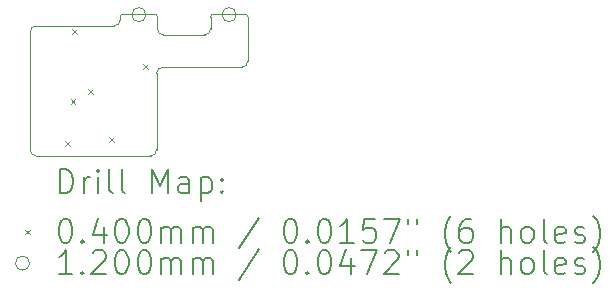
<source format=gbr>
%TF.GenerationSoftware,KiCad,Pcbnew,(6.0.10)*%
%TF.CreationDate,2023-07-19T18:34:38-05:00*%
%TF.ProjectId,MVS Pause Button,4d565320-5061-4757-9365-20427574746f,rev?*%
%TF.SameCoordinates,Original*%
%TF.FileFunction,Drillmap*%
%TF.FilePolarity,Positive*%
%FSLAX45Y45*%
G04 Gerber Fmt 4.5, Leading zero omitted, Abs format (unit mm)*
G04 Created by KiCad (PCBNEW (6.0.10)) date 2023-07-19 18:34:38*
%MOMM*%
%LPD*%
G01*
G04 APERTURE LIST*
%ADD10C,0.100000*%
%ADD11C,0.200000*%
%ADD12C,0.040000*%
%ADD13C,0.120000*%
G04 APERTURE END LIST*
D10*
X11590000Y-5380000D02*
X11590000Y-4730000D01*
X12312500Y-4680000D02*
G75*
G03*
X12362500Y-4630000I0J50000D01*
G01*
X11540000Y-5430000D02*
G75*
G03*
X11590000Y-5380000I0J50000D01*
G01*
X11597500Y-4355000D02*
G75*
G03*
X11647500Y-4405000I50000J0D01*
G01*
X11232500Y-4330000D02*
X11207500Y-4330000D01*
X10770000Y-4330000D02*
X11145000Y-4330000D01*
X10570000Y-5430000D02*
X10770000Y-5430000D01*
X12072500Y-4230000D02*
X12337500Y-4230000D01*
X11860000Y-4680000D02*
X12312500Y-4680000D01*
X12072500Y-4230000D02*
G75*
G03*
X12047500Y-4255000I0J-25000D01*
G01*
X10520000Y-4380000D02*
X10520000Y-5380000D01*
X11307500Y-4230000D02*
G75*
G03*
X11282500Y-4255000I0J-25000D01*
G01*
X10570000Y-4330000D02*
X10770000Y-4330000D01*
X12362500Y-4255000D02*
X12362500Y-4610000D01*
X11232500Y-4330000D02*
G75*
G03*
X11282500Y-4280000I0J50000D01*
G01*
X11597500Y-4355000D02*
X11597500Y-4255000D01*
X11997500Y-4405000D02*
G75*
G03*
X12047500Y-4355000I0J50000D01*
G01*
X12047500Y-4355000D02*
X12047500Y-4255000D01*
X11640000Y-4680000D02*
G75*
G03*
X11590000Y-4730000I0J-50000D01*
G01*
X10520000Y-5380000D02*
G75*
G03*
X10570000Y-5430000I50000J0D01*
G01*
X11307500Y-4230000D02*
X11572500Y-4230000D01*
X11282500Y-4255000D02*
X11282500Y-4280000D01*
X12362500Y-4255000D02*
G75*
G03*
X12337500Y-4230000I-25000J0D01*
G01*
X11647500Y-4405000D02*
X11997500Y-4405000D01*
X11540000Y-5430000D02*
X11535000Y-5430000D01*
X11597500Y-4255000D02*
G75*
G03*
X11572500Y-4230000I-25000J0D01*
G01*
X11720000Y-4680000D02*
X11640000Y-4680000D01*
X12362500Y-4610000D02*
X12362500Y-4630000D01*
X11860000Y-4680000D02*
X11720000Y-4680000D01*
X11535000Y-5430000D02*
X10770000Y-5430000D01*
X10570000Y-4330000D02*
G75*
G03*
X10520000Y-4380000I0J-50000D01*
G01*
X11145000Y-4330000D02*
X11207500Y-4330000D01*
D11*
D12*
X10817500Y-5303050D02*
X10857500Y-5343050D01*
X10857500Y-5303050D02*
X10817500Y-5343050D01*
X10863804Y-4950639D02*
X10903804Y-4990639D01*
X10903804Y-4950639D02*
X10863804Y-4990639D01*
X10877500Y-4360000D02*
X10917500Y-4400000D01*
X10917500Y-4360000D02*
X10877500Y-4400000D01*
X11012500Y-4865000D02*
X11052500Y-4905000D01*
X11052500Y-4865000D02*
X11012500Y-4905000D01*
X11187500Y-5270000D02*
X11227500Y-5310000D01*
X11227500Y-5270000D02*
X11187500Y-5310000D01*
X11475000Y-4655000D02*
X11515000Y-4695000D01*
X11515000Y-4655000D02*
X11475000Y-4695000D01*
D13*
X11500000Y-4235000D02*
G75*
G03*
X11500000Y-4235000I-60000J0D01*
G01*
X12265000Y-4235000D02*
G75*
G03*
X12265000Y-4235000I-60000J0D01*
G01*
D11*
X10772619Y-5745476D02*
X10772619Y-5545476D01*
X10820238Y-5545476D01*
X10848810Y-5555000D01*
X10867857Y-5574048D01*
X10877381Y-5593095D01*
X10886905Y-5631190D01*
X10886905Y-5659762D01*
X10877381Y-5697857D01*
X10867857Y-5716905D01*
X10848810Y-5735952D01*
X10820238Y-5745476D01*
X10772619Y-5745476D01*
X10972619Y-5745476D02*
X10972619Y-5612143D01*
X10972619Y-5650238D02*
X10982143Y-5631190D01*
X10991667Y-5621667D01*
X11010714Y-5612143D01*
X11029762Y-5612143D01*
X11096429Y-5745476D02*
X11096429Y-5612143D01*
X11096429Y-5545476D02*
X11086905Y-5555000D01*
X11096429Y-5564524D01*
X11105952Y-5555000D01*
X11096429Y-5545476D01*
X11096429Y-5564524D01*
X11220238Y-5745476D02*
X11201190Y-5735952D01*
X11191667Y-5716905D01*
X11191667Y-5545476D01*
X11325000Y-5745476D02*
X11305952Y-5735952D01*
X11296428Y-5716905D01*
X11296428Y-5545476D01*
X11553571Y-5745476D02*
X11553571Y-5545476D01*
X11620238Y-5688333D01*
X11686905Y-5545476D01*
X11686905Y-5745476D01*
X11867857Y-5745476D02*
X11867857Y-5640714D01*
X11858333Y-5621667D01*
X11839286Y-5612143D01*
X11801190Y-5612143D01*
X11782143Y-5621667D01*
X11867857Y-5735952D02*
X11848809Y-5745476D01*
X11801190Y-5745476D01*
X11782143Y-5735952D01*
X11772619Y-5716905D01*
X11772619Y-5697857D01*
X11782143Y-5678809D01*
X11801190Y-5669286D01*
X11848809Y-5669286D01*
X11867857Y-5659762D01*
X11963095Y-5612143D02*
X11963095Y-5812143D01*
X11963095Y-5621667D02*
X11982143Y-5612143D01*
X12020238Y-5612143D01*
X12039286Y-5621667D01*
X12048809Y-5631190D01*
X12058333Y-5650238D01*
X12058333Y-5707381D01*
X12048809Y-5726428D01*
X12039286Y-5735952D01*
X12020238Y-5745476D01*
X11982143Y-5745476D01*
X11963095Y-5735952D01*
X12144048Y-5726428D02*
X12153571Y-5735952D01*
X12144048Y-5745476D01*
X12134524Y-5735952D01*
X12144048Y-5726428D01*
X12144048Y-5745476D01*
X12144048Y-5621667D02*
X12153571Y-5631190D01*
X12144048Y-5640714D01*
X12134524Y-5631190D01*
X12144048Y-5621667D01*
X12144048Y-5640714D01*
D12*
X10475000Y-6055000D02*
X10515000Y-6095000D01*
X10515000Y-6055000D02*
X10475000Y-6095000D01*
D11*
X10810714Y-5965476D02*
X10829762Y-5965476D01*
X10848810Y-5975000D01*
X10858333Y-5984524D01*
X10867857Y-6003571D01*
X10877381Y-6041667D01*
X10877381Y-6089286D01*
X10867857Y-6127381D01*
X10858333Y-6146428D01*
X10848810Y-6155952D01*
X10829762Y-6165476D01*
X10810714Y-6165476D01*
X10791667Y-6155952D01*
X10782143Y-6146428D01*
X10772619Y-6127381D01*
X10763095Y-6089286D01*
X10763095Y-6041667D01*
X10772619Y-6003571D01*
X10782143Y-5984524D01*
X10791667Y-5975000D01*
X10810714Y-5965476D01*
X10963095Y-6146428D02*
X10972619Y-6155952D01*
X10963095Y-6165476D01*
X10953571Y-6155952D01*
X10963095Y-6146428D01*
X10963095Y-6165476D01*
X11144048Y-6032143D02*
X11144048Y-6165476D01*
X11096429Y-5955952D02*
X11048810Y-6098809D01*
X11172619Y-6098809D01*
X11286905Y-5965476D02*
X11305952Y-5965476D01*
X11325000Y-5975000D01*
X11334524Y-5984524D01*
X11344048Y-6003571D01*
X11353571Y-6041667D01*
X11353571Y-6089286D01*
X11344048Y-6127381D01*
X11334524Y-6146428D01*
X11325000Y-6155952D01*
X11305952Y-6165476D01*
X11286905Y-6165476D01*
X11267857Y-6155952D01*
X11258333Y-6146428D01*
X11248809Y-6127381D01*
X11239286Y-6089286D01*
X11239286Y-6041667D01*
X11248809Y-6003571D01*
X11258333Y-5984524D01*
X11267857Y-5975000D01*
X11286905Y-5965476D01*
X11477381Y-5965476D02*
X11496428Y-5965476D01*
X11515476Y-5975000D01*
X11525000Y-5984524D01*
X11534524Y-6003571D01*
X11544048Y-6041667D01*
X11544048Y-6089286D01*
X11534524Y-6127381D01*
X11525000Y-6146428D01*
X11515476Y-6155952D01*
X11496428Y-6165476D01*
X11477381Y-6165476D01*
X11458333Y-6155952D01*
X11448809Y-6146428D01*
X11439286Y-6127381D01*
X11429762Y-6089286D01*
X11429762Y-6041667D01*
X11439286Y-6003571D01*
X11448809Y-5984524D01*
X11458333Y-5975000D01*
X11477381Y-5965476D01*
X11629762Y-6165476D02*
X11629762Y-6032143D01*
X11629762Y-6051190D02*
X11639286Y-6041667D01*
X11658333Y-6032143D01*
X11686905Y-6032143D01*
X11705952Y-6041667D01*
X11715476Y-6060714D01*
X11715476Y-6165476D01*
X11715476Y-6060714D02*
X11725000Y-6041667D01*
X11744048Y-6032143D01*
X11772619Y-6032143D01*
X11791667Y-6041667D01*
X11801190Y-6060714D01*
X11801190Y-6165476D01*
X11896428Y-6165476D02*
X11896428Y-6032143D01*
X11896428Y-6051190D02*
X11905952Y-6041667D01*
X11925000Y-6032143D01*
X11953571Y-6032143D01*
X11972619Y-6041667D01*
X11982143Y-6060714D01*
X11982143Y-6165476D01*
X11982143Y-6060714D02*
X11991667Y-6041667D01*
X12010714Y-6032143D01*
X12039286Y-6032143D01*
X12058333Y-6041667D01*
X12067857Y-6060714D01*
X12067857Y-6165476D01*
X12458333Y-5955952D02*
X12286905Y-6213095D01*
X12715476Y-5965476D02*
X12734524Y-5965476D01*
X12753571Y-5975000D01*
X12763095Y-5984524D01*
X12772619Y-6003571D01*
X12782143Y-6041667D01*
X12782143Y-6089286D01*
X12772619Y-6127381D01*
X12763095Y-6146428D01*
X12753571Y-6155952D01*
X12734524Y-6165476D01*
X12715476Y-6165476D01*
X12696428Y-6155952D01*
X12686905Y-6146428D01*
X12677381Y-6127381D01*
X12667857Y-6089286D01*
X12667857Y-6041667D01*
X12677381Y-6003571D01*
X12686905Y-5984524D01*
X12696428Y-5975000D01*
X12715476Y-5965476D01*
X12867857Y-6146428D02*
X12877381Y-6155952D01*
X12867857Y-6165476D01*
X12858333Y-6155952D01*
X12867857Y-6146428D01*
X12867857Y-6165476D01*
X13001190Y-5965476D02*
X13020238Y-5965476D01*
X13039286Y-5975000D01*
X13048809Y-5984524D01*
X13058333Y-6003571D01*
X13067857Y-6041667D01*
X13067857Y-6089286D01*
X13058333Y-6127381D01*
X13048809Y-6146428D01*
X13039286Y-6155952D01*
X13020238Y-6165476D01*
X13001190Y-6165476D01*
X12982143Y-6155952D01*
X12972619Y-6146428D01*
X12963095Y-6127381D01*
X12953571Y-6089286D01*
X12953571Y-6041667D01*
X12963095Y-6003571D01*
X12972619Y-5984524D01*
X12982143Y-5975000D01*
X13001190Y-5965476D01*
X13258333Y-6165476D02*
X13144048Y-6165476D01*
X13201190Y-6165476D02*
X13201190Y-5965476D01*
X13182143Y-5994048D01*
X13163095Y-6013095D01*
X13144048Y-6022619D01*
X13439286Y-5965476D02*
X13344048Y-5965476D01*
X13334524Y-6060714D01*
X13344048Y-6051190D01*
X13363095Y-6041667D01*
X13410714Y-6041667D01*
X13429762Y-6051190D01*
X13439286Y-6060714D01*
X13448809Y-6079762D01*
X13448809Y-6127381D01*
X13439286Y-6146428D01*
X13429762Y-6155952D01*
X13410714Y-6165476D01*
X13363095Y-6165476D01*
X13344048Y-6155952D01*
X13334524Y-6146428D01*
X13515476Y-5965476D02*
X13648809Y-5965476D01*
X13563095Y-6165476D01*
X13715476Y-5965476D02*
X13715476Y-6003571D01*
X13791667Y-5965476D02*
X13791667Y-6003571D01*
X14086905Y-6241667D02*
X14077381Y-6232143D01*
X14058333Y-6203571D01*
X14048809Y-6184524D01*
X14039286Y-6155952D01*
X14029762Y-6108333D01*
X14029762Y-6070238D01*
X14039286Y-6022619D01*
X14048809Y-5994048D01*
X14058333Y-5975000D01*
X14077381Y-5946428D01*
X14086905Y-5936905D01*
X14248809Y-5965476D02*
X14210714Y-5965476D01*
X14191667Y-5975000D01*
X14182143Y-5984524D01*
X14163095Y-6013095D01*
X14153571Y-6051190D01*
X14153571Y-6127381D01*
X14163095Y-6146428D01*
X14172619Y-6155952D01*
X14191667Y-6165476D01*
X14229762Y-6165476D01*
X14248809Y-6155952D01*
X14258333Y-6146428D01*
X14267857Y-6127381D01*
X14267857Y-6079762D01*
X14258333Y-6060714D01*
X14248809Y-6051190D01*
X14229762Y-6041667D01*
X14191667Y-6041667D01*
X14172619Y-6051190D01*
X14163095Y-6060714D01*
X14153571Y-6079762D01*
X14505952Y-6165476D02*
X14505952Y-5965476D01*
X14591667Y-6165476D02*
X14591667Y-6060714D01*
X14582143Y-6041667D01*
X14563095Y-6032143D01*
X14534524Y-6032143D01*
X14515476Y-6041667D01*
X14505952Y-6051190D01*
X14715476Y-6165476D02*
X14696428Y-6155952D01*
X14686905Y-6146428D01*
X14677381Y-6127381D01*
X14677381Y-6070238D01*
X14686905Y-6051190D01*
X14696428Y-6041667D01*
X14715476Y-6032143D01*
X14744048Y-6032143D01*
X14763095Y-6041667D01*
X14772619Y-6051190D01*
X14782143Y-6070238D01*
X14782143Y-6127381D01*
X14772619Y-6146428D01*
X14763095Y-6155952D01*
X14744048Y-6165476D01*
X14715476Y-6165476D01*
X14896428Y-6165476D02*
X14877381Y-6155952D01*
X14867857Y-6136905D01*
X14867857Y-5965476D01*
X15048809Y-6155952D02*
X15029762Y-6165476D01*
X14991667Y-6165476D01*
X14972619Y-6155952D01*
X14963095Y-6136905D01*
X14963095Y-6060714D01*
X14972619Y-6041667D01*
X14991667Y-6032143D01*
X15029762Y-6032143D01*
X15048809Y-6041667D01*
X15058333Y-6060714D01*
X15058333Y-6079762D01*
X14963095Y-6098809D01*
X15134524Y-6155952D02*
X15153571Y-6165476D01*
X15191667Y-6165476D01*
X15210714Y-6155952D01*
X15220238Y-6136905D01*
X15220238Y-6127381D01*
X15210714Y-6108333D01*
X15191667Y-6098809D01*
X15163095Y-6098809D01*
X15144048Y-6089286D01*
X15134524Y-6070238D01*
X15134524Y-6060714D01*
X15144048Y-6041667D01*
X15163095Y-6032143D01*
X15191667Y-6032143D01*
X15210714Y-6041667D01*
X15286905Y-6241667D02*
X15296428Y-6232143D01*
X15315476Y-6203571D01*
X15325000Y-6184524D01*
X15334524Y-6155952D01*
X15344048Y-6108333D01*
X15344048Y-6070238D01*
X15334524Y-6022619D01*
X15325000Y-5994048D01*
X15315476Y-5975000D01*
X15296428Y-5946428D01*
X15286905Y-5936905D01*
D13*
X10515000Y-6339000D02*
G75*
G03*
X10515000Y-6339000I-60000J0D01*
G01*
D11*
X10877381Y-6429476D02*
X10763095Y-6429476D01*
X10820238Y-6429476D02*
X10820238Y-6229476D01*
X10801190Y-6258048D01*
X10782143Y-6277095D01*
X10763095Y-6286619D01*
X10963095Y-6410428D02*
X10972619Y-6419952D01*
X10963095Y-6429476D01*
X10953571Y-6419952D01*
X10963095Y-6410428D01*
X10963095Y-6429476D01*
X11048810Y-6248524D02*
X11058333Y-6239000D01*
X11077381Y-6229476D01*
X11125000Y-6229476D01*
X11144048Y-6239000D01*
X11153571Y-6248524D01*
X11163095Y-6267571D01*
X11163095Y-6286619D01*
X11153571Y-6315190D01*
X11039286Y-6429476D01*
X11163095Y-6429476D01*
X11286905Y-6229476D02*
X11305952Y-6229476D01*
X11325000Y-6239000D01*
X11334524Y-6248524D01*
X11344048Y-6267571D01*
X11353571Y-6305667D01*
X11353571Y-6353286D01*
X11344048Y-6391381D01*
X11334524Y-6410428D01*
X11325000Y-6419952D01*
X11305952Y-6429476D01*
X11286905Y-6429476D01*
X11267857Y-6419952D01*
X11258333Y-6410428D01*
X11248809Y-6391381D01*
X11239286Y-6353286D01*
X11239286Y-6305667D01*
X11248809Y-6267571D01*
X11258333Y-6248524D01*
X11267857Y-6239000D01*
X11286905Y-6229476D01*
X11477381Y-6229476D02*
X11496428Y-6229476D01*
X11515476Y-6239000D01*
X11525000Y-6248524D01*
X11534524Y-6267571D01*
X11544048Y-6305667D01*
X11544048Y-6353286D01*
X11534524Y-6391381D01*
X11525000Y-6410428D01*
X11515476Y-6419952D01*
X11496428Y-6429476D01*
X11477381Y-6429476D01*
X11458333Y-6419952D01*
X11448809Y-6410428D01*
X11439286Y-6391381D01*
X11429762Y-6353286D01*
X11429762Y-6305667D01*
X11439286Y-6267571D01*
X11448809Y-6248524D01*
X11458333Y-6239000D01*
X11477381Y-6229476D01*
X11629762Y-6429476D02*
X11629762Y-6296143D01*
X11629762Y-6315190D02*
X11639286Y-6305667D01*
X11658333Y-6296143D01*
X11686905Y-6296143D01*
X11705952Y-6305667D01*
X11715476Y-6324714D01*
X11715476Y-6429476D01*
X11715476Y-6324714D02*
X11725000Y-6305667D01*
X11744048Y-6296143D01*
X11772619Y-6296143D01*
X11791667Y-6305667D01*
X11801190Y-6324714D01*
X11801190Y-6429476D01*
X11896428Y-6429476D02*
X11896428Y-6296143D01*
X11896428Y-6315190D02*
X11905952Y-6305667D01*
X11925000Y-6296143D01*
X11953571Y-6296143D01*
X11972619Y-6305667D01*
X11982143Y-6324714D01*
X11982143Y-6429476D01*
X11982143Y-6324714D02*
X11991667Y-6305667D01*
X12010714Y-6296143D01*
X12039286Y-6296143D01*
X12058333Y-6305667D01*
X12067857Y-6324714D01*
X12067857Y-6429476D01*
X12458333Y-6219952D02*
X12286905Y-6477095D01*
X12715476Y-6229476D02*
X12734524Y-6229476D01*
X12753571Y-6239000D01*
X12763095Y-6248524D01*
X12772619Y-6267571D01*
X12782143Y-6305667D01*
X12782143Y-6353286D01*
X12772619Y-6391381D01*
X12763095Y-6410428D01*
X12753571Y-6419952D01*
X12734524Y-6429476D01*
X12715476Y-6429476D01*
X12696428Y-6419952D01*
X12686905Y-6410428D01*
X12677381Y-6391381D01*
X12667857Y-6353286D01*
X12667857Y-6305667D01*
X12677381Y-6267571D01*
X12686905Y-6248524D01*
X12696428Y-6239000D01*
X12715476Y-6229476D01*
X12867857Y-6410428D02*
X12877381Y-6419952D01*
X12867857Y-6429476D01*
X12858333Y-6419952D01*
X12867857Y-6410428D01*
X12867857Y-6429476D01*
X13001190Y-6229476D02*
X13020238Y-6229476D01*
X13039286Y-6239000D01*
X13048809Y-6248524D01*
X13058333Y-6267571D01*
X13067857Y-6305667D01*
X13067857Y-6353286D01*
X13058333Y-6391381D01*
X13048809Y-6410428D01*
X13039286Y-6419952D01*
X13020238Y-6429476D01*
X13001190Y-6429476D01*
X12982143Y-6419952D01*
X12972619Y-6410428D01*
X12963095Y-6391381D01*
X12953571Y-6353286D01*
X12953571Y-6305667D01*
X12963095Y-6267571D01*
X12972619Y-6248524D01*
X12982143Y-6239000D01*
X13001190Y-6229476D01*
X13239286Y-6296143D02*
X13239286Y-6429476D01*
X13191667Y-6219952D02*
X13144048Y-6362809D01*
X13267857Y-6362809D01*
X13325000Y-6229476D02*
X13458333Y-6229476D01*
X13372619Y-6429476D01*
X13525000Y-6248524D02*
X13534524Y-6239000D01*
X13553571Y-6229476D01*
X13601190Y-6229476D01*
X13620238Y-6239000D01*
X13629762Y-6248524D01*
X13639286Y-6267571D01*
X13639286Y-6286619D01*
X13629762Y-6315190D01*
X13515476Y-6429476D01*
X13639286Y-6429476D01*
X13715476Y-6229476D02*
X13715476Y-6267571D01*
X13791667Y-6229476D02*
X13791667Y-6267571D01*
X14086905Y-6505667D02*
X14077381Y-6496143D01*
X14058333Y-6467571D01*
X14048809Y-6448524D01*
X14039286Y-6419952D01*
X14029762Y-6372333D01*
X14029762Y-6334238D01*
X14039286Y-6286619D01*
X14048809Y-6258048D01*
X14058333Y-6239000D01*
X14077381Y-6210428D01*
X14086905Y-6200905D01*
X14153571Y-6248524D02*
X14163095Y-6239000D01*
X14182143Y-6229476D01*
X14229762Y-6229476D01*
X14248809Y-6239000D01*
X14258333Y-6248524D01*
X14267857Y-6267571D01*
X14267857Y-6286619D01*
X14258333Y-6315190D01*
X14144048Y-6429476D01*
X14267857Y-6429476D01*
X14505952Y-6429476D02*
X14505952Y-6229476D01*
X14591667Y-6429476D02*
X14591667Y-6324714D01*
X14582143Y-6305667D01*
X14563095Y-6296143D01*
X14534524Y-6296143D01*
X14515476Y-6305667D01*
X14505952Y-6315190D01*
X14715476Y-6429476D02*
X14696428Y-6419952D01*
X14686905Y-6410428D01*
X14677381Y-6391381D01*
X14677381Y-6334238D01*
X14686905Y-6315190D01*
X14696428Y-6305667D01*
X14715476Y-6296143D01*
X14744048Y-6296143D01*
X14763095Y-6305667D01*
X14772619Y-6315190D01*
X14782143Y-6334238D01*
X14782143Y-6391381D01*
X14772619Y-6410428D01*
X14763095Y-6419952D01*
X14744048Y-6429476D01*
X14715476Y-6429476D01*
X14896428Y-6429476D02*
X14877381Y-6419952D01*
X14867857Y-6400905D01*
X14867857Y-6229476D01*
X15048809Y-6419952D02*
X15029762Y-6429476D01*
X14991667Y-6429476D01*
X14972619Y-6419952D01*
X14963095Y-6400905D01*
X14963095Y-6324714D01*
X14972619Y-6305667D01*
X14991667Y-6296143D01*
X15029762Y-6296143D01*
X15048809Y-6305667D01*
X15058333Y-6324714D01*
X15058333Y-6343762D01*
X14963095Y-6362809D01*
X15134524Y-6419952D02*
X15153571Y-6429476D01*
X15191667Y-6429476D01*
X15210714Y-6419952D01*
X15220238Y-6400905D01*
X15220238Y-6391381D01*
X15210714Y-6372333D01*
X15191667Y-6362809D01*
X15163095Y-6362809D01*
X15144048Y-6353286D01*
X15134524Y-6334238D01*
X15134524Y-6324714D01*
X15144048Y-6305667D01*
X15163095Y-6296143D01*
X15191667Y-6296143D01*
X15210714Y-6305667D01*
X15286905Y-6505667D02*
X15296428Y-6496143D01*
X15315476Y-6467571D01*
X15325000Y-6448524D01*
X15334524Y-6419952D01*
X15344048Y-6372333D01*
X15344048Y-6334238D01*
X15334524Y-6286619D01*
X15325000Y-6258048D01*
X15315476Y-6239000D01*
X15296428Y-6210428D01*
X15286905Y-6200905D01*
M02*

</source>
